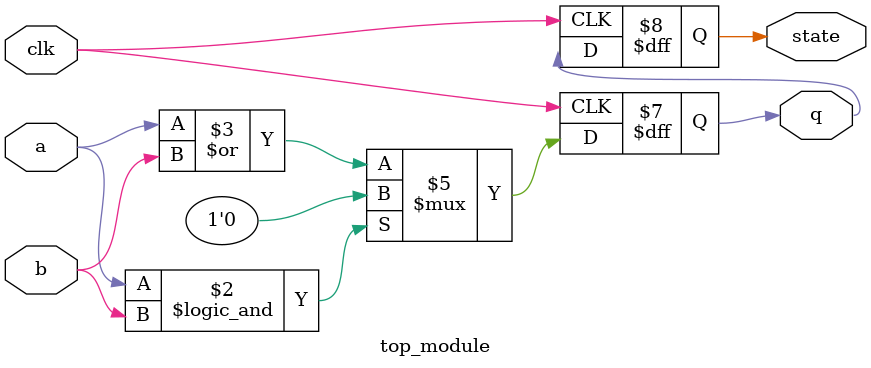
<source format=sv>
module top_module (
	input clk,
	input a,
	input b,
	output reg q,
	output reg state
);

always @(posedge clk) begin
	if (a && b)
		q <= 0;
	else
		q <= (a | b);

	state <= q;
end

endmodule

</source>
